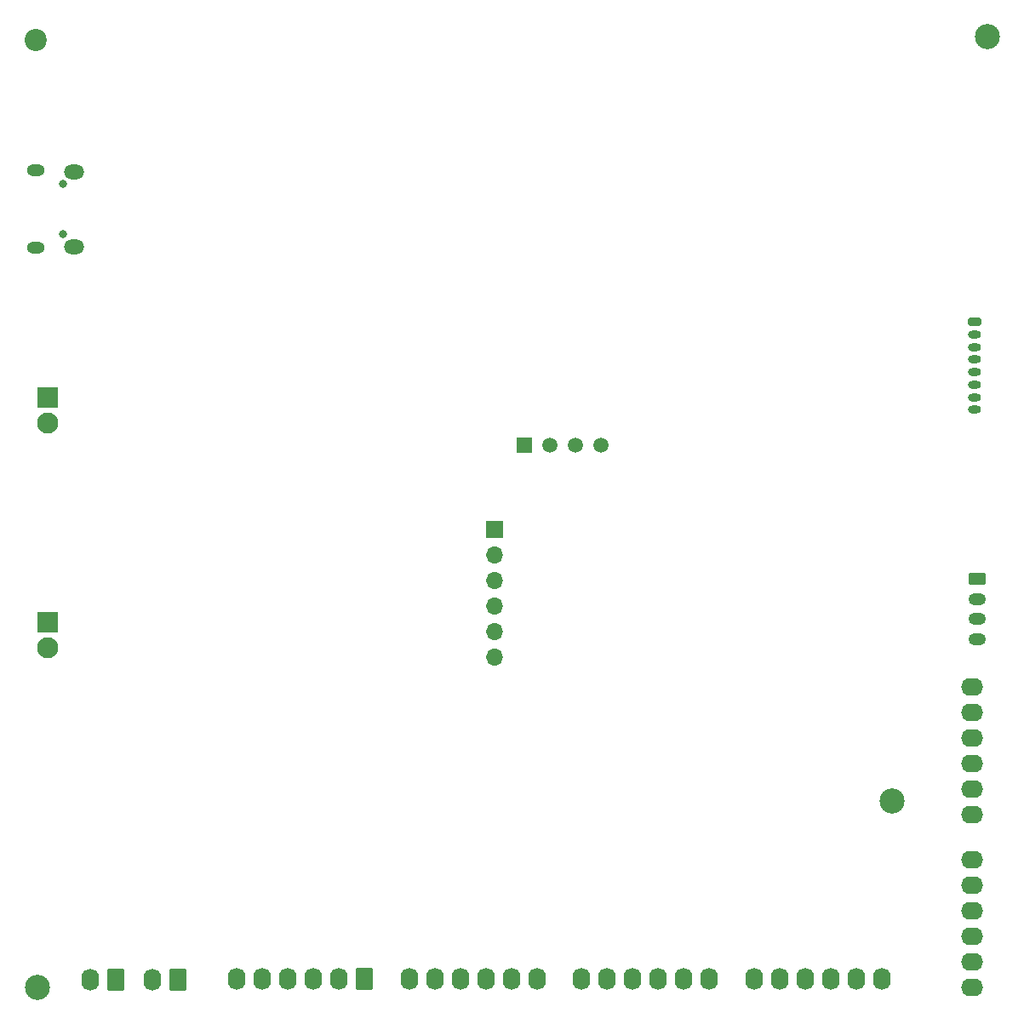
<source format=gbr>
G04 #@! TF.GenerationSoftware,KiCad,Pcbnew,7.0.2-6a45011f42~172~ubuntu22.04.1*
G04 #@! TF.CreationDate,2023-05-26T22:22:49-03:00*
G04 #@! TF.ProjectId,envcity_aqm_v2,656e7663-6974-4795-9f61-716d5f76322e,rev?*
G04 #@! TF.SameCoordinates,Original*
G04 #@! TF.FileFunction,Soldermask,Bot*
G04 #@! TF.FilePolarity,Negative*
%FSLAX46Y46*%
G04 Gerber Fmt 4.6, Leading zero omitted, Abs format (unit mm)*
G04 Created by KiCad (PCBNEW 7.0.2-6a45011f42~172~ubuntu22.04.1) date 2023-05-26 22:22:49*
%MOMM*%
%LPD*%
G01*
G04 APERTURE LIST*
G04 Aperture macros list*
%AMRoundRect*
0 Rectangle with rounded corners*
0 $1 Rounding radius*
0 $2 $3 $4 $5 $6 $7 $8 $9 X,Y pos of 4 corners*
0 Add a 4 corners polygon primitive as box body*
4,1,4,$2,$3,$4,$5,$6,$7,$8,$9,$2,$3,0*
0 Add four circle primitives for the rounded corners*
1,1,$1+$1,$2,$3*
1,1,$1+$1,$4,$5*
1,1,$1+$1,$6,$7*
1,1,$1+$1,$8,$9*
0 Add four rect primitives between the rounded corners*
20,1,$1+$1,$2,$3,$4,$5,0*
20,1,$1+$1,$4,$5,$6,$7,0*
20,1,$1+$1,$6,$7,$8,$9,0*
20,1,$1+$1,$8,$9,$2,$3,0*%
G04 Aperture macros list end*
%ADD10R,2.100000X2.100000*%
%ADD11C,2.100000*%
%ADD12O,1.740000X2.200000*%
%ADD13RoundRect,0.250000X0.620000X0.845000X-0.620000X0.845000X-0.620000X-0.845000X0.620000X-0.845000X0*%
%ADD14O,1.740000X2.190000*%
%ADD15RoundRect,0.250000X0.620000X0.850000X-0.620000X0.850000X-0.620000X-0.850000X0.620000X-0.850000X0*%
%ADD16RoundRect,0.250000X-0.625000X0.350000X-0.625000X-0.350000X0.625000X-0.350000X0.625000X0.350000X0*%
%ADD17O,1.750000X1.200000*%
%ADD18R,1.500000X1.500000*%
%ADD19C,1.500000*%
%ADD20O,2.200000X1.740000*%
%ADD21R,1.700000X1.700000*%
%ADD22O,1.700000X1.700000*%
%ADD23C,2.500000*%
%ADD24RoundRect,0.200000X-0.450000X0.200000X-0.450000X-0.200000X0.450000X-0.200000X0.450000X0.200000X0*%
%ADD25O,1.300000X0.800000*%
%ADD26C,2.200000*%
%ADD27O,0.800000X0.800000*%
%ADD28O,1.800000X1.150000*%
%ADD29O,2.000000X1.450000*%
G04 APERTURE END LIST*
D10*
X115000000Y-98365000D03*
D11*
X115000000Y-100905000D03*
D12*
X180840000Y-156200000D03*
X178300000Y-156200000D03*
X175760000Y-156200000D03*
X173220000Y-156200000D03*
X170680000Y-156200000D03*
X168140000Y-156200000D03*
X163680000Y-156200000D03*
X161140000Y-156200000D03*
X158600000Y-156200000D03*
X156060000Y-156200000D03*
X153520000Y-156200000D03*
X150980000Y-156200000D03*
D13*
X146520000Y-156200000D03*
D14*
X143980000Y-156200000D03*
X141440000Y-156200000D03*
X138900000Y-156200000D03*
X136360000Y-156200000D03*
X133820000Y-156200000D03*
D12*
X119230000Y-156250000D03*
D15*
X121770000Y-156250000D03*
X128000000Y-156250000D03*
D12*
X125460000Y-156250000D03*
X198000000Y-156200000D03*
X195460000Y-156200000D03*
X192920000Y-156200000D03*
X190380000Y-156200000D03*
X187840000Y-156200000D03*
X185300000Y-156200000D03*
D16*
X207500000Y-116400000D03*
D17*
X207500000Y-118400000D03*
X207500000Y-120400000D03*
X207500000Y-122400000D03*
D10*
X115000000Y-120700000D03*
D11*
X115000000Y-123240000D03*
D18*
X162400000Y-103100000D03*
D19*
X164940000Y-103100000D03*
X167480000Y-103100000D03*
X170020000Y-103100000D03*
D20*
X207000000Y-144300000D03*
X207000000Y-146840000D03*
X207000000Y-149380000D03*
X207000000Y-151920000D03*
X207000000Y-154460000D03*
X207000000Y-157000000D03*
D21*
X159500000Y-111500000D03*
D22*
X159500000Y-114040000D03*
X159500000Y-116580000D03*
X159500000Y-119120000D03*
X159500000Y-121660000D03*
X159500000Y-124200000D03*
D23*
X114000000Y-157000000D03*
D20*
X207000000Y-127140000D03*
X207000000Y-129680000D03*
X207000000Y-132220000D03*
X207000000Y-134760000D03*
X207000000Y-137300000D03*
X207000000Y-139840000D03*
D24*
X207250000Y-90825000D03*
D25*
X207250000Y-92075000D03*
X207250000Y-93325000D03*
X207250000Y-94575000D03*
X207250000Y-95825000D03*
X207250000Y-97075000D03*
X207250000Y-98325000D03*
X207250000Y-99575000D03*
D26*
X113800000Y-62800000D03*
D23*
X199000000Y-138500000D03*
D27*
X116562500Y-77125000D03*
X116562500Y-82125000D03*
D28*
X113812500Y-75750000D03*
D29*
X117612500Y-75900000D03*
X117612500Y-83350000D03*
D28*
X113812500Y-83500000D03*
D23*
X208500000Y-62500000D03*
M02*

</source>
